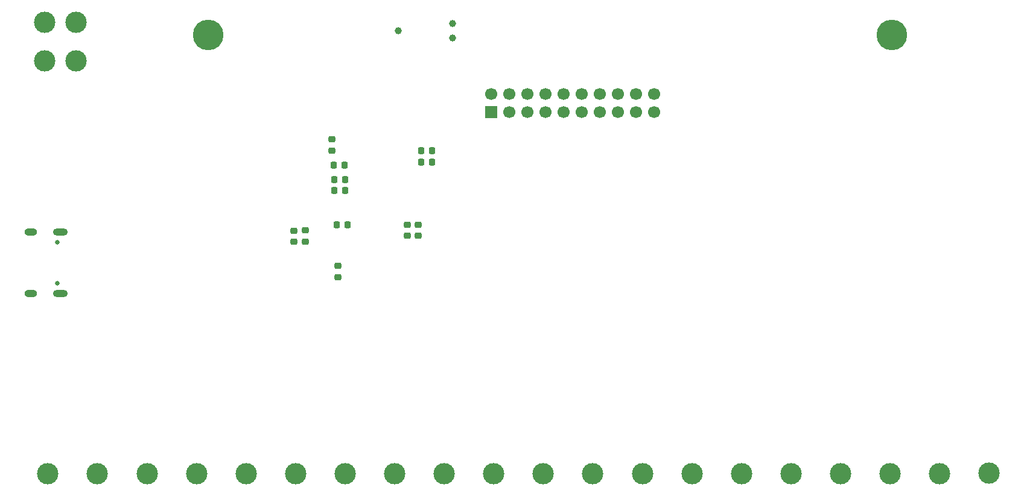
<source format=gbr>
%TF.GenerationSoftware,KiCad,Pcbnew,9.0.2*%
%TF.CreationDate,2025-07-14T16:58:00+03:00*%
%TF.ProjectId,vehicle_io_validator,76656869-636c-4655-9f69-6f5f76616c69,rev?*%
%TF.SameCoordinates,Original*%
%TF.FileFunction,Soldermask,Bot*%
%TF.FilePolarity,Negative*%
%FSLAX46Y46*%
G04 Gerber Fmt 4.6, Leading zero omitted, Abs format (unit mm)*
G04 Created by KiCad (PCBNEW 9.0.2) date 2025-07-14 16:58:00*
%MOMM*%
%LPD*%
G01*
G04 APERTURE LIST*
G04 Aperture macros list*
%AMRoundRect*
0 Rectangle with rounded corners*
0 $1 Rounding radius*
0 $2 $3 $4 $5 $6 $7 $8 $9 X,Y pos of 4 corners*
0 Add a 4 corners polygon primitive as box body*
4,1,4,$2,$3,$4,$5,$6,$7,$8,$9,$2,$3,0*
0 Add four circle primitives for the rounded corners*
1,1,$1+$1,$2,$3*
1,1,$1+$1,$4,$5*
1,1,$1+$1,$6,$7*
1,1,$1+$1,$8,$9*
0 Add four rect primitives between the rounded corners*
20,1,$1+$1,$2,$3,$4,$5,0*
20,1,$1+$1,$4,$5,$6,$7,0*
20,1,$1+$1,$6,$7,$8,$9,0*
20,1,$1+$1,$8,$9,$2,$3,0*%
G04 Aperture macros list end*
%ADD10C,3.000000*%
%ADD11C,4.300000*%
%ADD12C,0.650000*%
%ADD13O,2.100000X1.000000*%
%ADD14O,1.800000X1.000000*%
%ADD15R,1.700000X1.700000*%
%ADD16C,1.700000*%
%ADD17C,0.990600*%
%ADD18RoundRect,0.225000X-0.250000X0.225000X-0.250000X-0.225000X0.250000X-0.225000X0.250000X0.225000X0*%
%ADD19RoundRect,0.225000X0.225000X0.250000X-0.225000X0.250000X-0.225000X-0.250000X0.225000X-0.250000X0*%
%ADD20RoundRect,0.225000X0.250000X-0.225000X0.250000X0.225000X-0.250000X0.225000X-0.250000X-0.225000X0*%
%ADD21RoundRect,0.225000X-0.225000X-0.250000X0.225000X-0.250000X0.225000X0.250000X-0.225000X0.250000X0*%
G04 APERTURE END LIST*
D10*
%TO.C,J19*%
X68799557Y-109040000D03*
%TD*%
%TO.C,J1*%
X131359778Y-109040000D03*
%TD*%
%TO.C,J15*%
X96604100Y-109040000D03*
%TD*%
%TO.C,J9*%
X186968864Y-109040000D03*
%TD*%
%TO.C,J21*%
X61400000Y-51040000D03*
%TD*%
%TO.C,J5*%
X159164321Y-109040000D03*
%TD*%
%TO.C,J17*%
X82701828Y-109040000D03*
%TD*%
%TO.C,J8*%
X180017729Y-109040000D03*
%TD*%
%TO.C,J7*%
X173066593Y-109040000D03*
%TD*%
%TO.C,J13*%
X110506371Y-109040000D03*
%TD*%
%TO.C,J4*%
X152213186Y-109040000D03*
%TD*%
D11*
%TO.C,H1*%
X84340000Y-47407400D03*
%TD*%
D10*
%TO.C,J23*%
X61370000Y-45680000D03*
%TD*%
%TO.C,J20*%
X61848421Y-109040000D03*
%TD*%
%TO.C,J18*%
X75750692Y-109040000D03*
%TD*%
%TO.C,J25*%
X65800000Y-51040000D03*
%TD*%
%TO.C,J3*%
X145262050Y-109040000D03*
%TD*%
D12*
%TO.C,J22*%
X63130000Y-76525000D03*
X63130000Y-82305000D03*
D13*
X63630000Y-75095000D03*
D14*
X59450000Y-75095000D03*
D13*
X63630000Y-83735000D03*
D14*
X59450000Y-83735000D03*
%TD*%
D10*
%TO.C,J26*%
X65800000Y-45680000D03*
%TD*%
D15*
%TO.C,J27*%
X124010000Y-58290000D03*
D16*
X124010000Y-55750000D03*
X126550000Y-58290000D03*
X126550000Y-55750000D03*
X129090000Y-58290000D03*
X129090000Y-55750000D03*
X131630000Y-58290000D03*
X131630000Y-55750000D03*
X134170000Y-58290000D03*
X134170000Y-55750000D03*
X136710000Y-58290000D03*
X136710000Y-55750000D03*
X139250000Y-58290000D03*
X139250000Y-55750000D03*
X141790000Y-58290000D03*
X141790000Y-55750000D03*
X144330000Y-58290000D03*
X144330000Y-55750000D03*
X146870000Y-58290000D03*
X146870000Y-55750000D03*
%TD*%
D17*
%TO.C,J24*%
X111020000Y-46805000D03*
X118640000Y-45789000D03*
X118640000Y-47821000D03*
%TD*%
D10*
%TO.C,J11*%
X124408643Y-109040000D03*
%TD*%
%TO.C,J2*%
X138310914Y-109040000D03*
%TD*%
%TO.C,J6*%
X166115457Y-109040000D03*
%TD*%
D11*
%TO.C,H2*%
X180240000Y-47407400D03*
%TD*%
D10*
%TO.C,J12*%
X117457507Y-109040000D03*
%TD*%
%TO.C,J16*%
X89652964Y-109040000D03*
%TD*%
%TO.C,J14*%
X103555235Y-109040000D03*
%TD*%
%TO.C,J10*%
X193920000Y-109000000D03*
%TD*%
D18*
%TO.C,C6*%
X97930000Y-74900000D03*
X97930000Y-76450000D03*
%TD*%
D19*
%TO.C,C2*%
X115760000Y-65270000D03*
X114210000Y-65270000D03*
%TD*%
D18*
%TO.C,C7*%
X96390000Y-74910000D03*
X96390000Y-76460000D03*
%TD*%
D20*
%TO.C,C5*%
X113770000Y-75645000D03*
X113770000Y-74095000D03*
%TD*%
D18*
%TO.C,C10*%
X101720000Y-62105000D03*
X101720000Y-63655000D03*
%TD*%
D21*
%TO.C,C13*%
X102035000Y-67750000D03*
X103585000Y-67750000D03*
%TD*%
%TO.C,C12*%
X102335000Y-74100000D03*
X103885000Y-74100000D03*
%TD*%
%TO.C,C3*%
X102040000Y-69270000D03*
X103590000Y-69270000D03*
%TD*%
%TO.C,C8*%
X101925000Y-65730000D03*
X103475000Y-65730000D03*
%TD*%
D19*
%TO.C,C9*%
X115760000Y-63695000D03*
X114210000Y-63695000D03*
%TD*%
D18*
%TO.C,C4*%
X102550000Y-79895000D03*
X102550000Y-81445000D03*
%TD*%
D20*
%TO.C,C1*%
X112240000Y-75645000D03*
X112240000Y-74095000D03*
%TD*%
M02*

</source>
